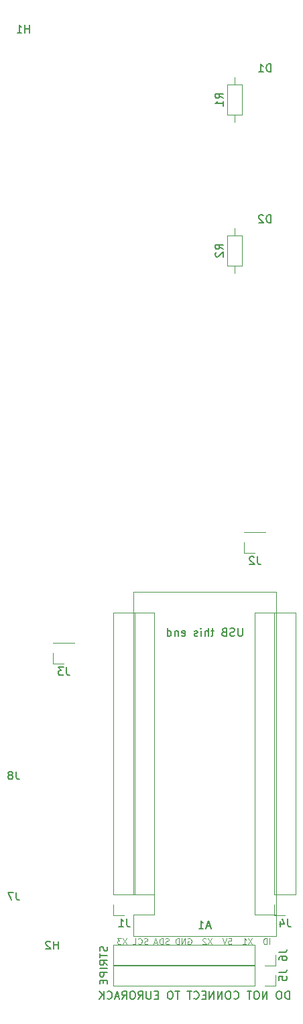
<source format=gbr>
G04 #@! TF.GenerationSoftware,KiCad,Pcbnew,(5.1.5)-3*
G04 #@! TF.CreationDate,2020-08-18T12:44:29+01:00*
G04 #@! TF.ProjectId,modulepcb,6d6f6475-6c65-4706-9362-2e6b69636164,rev?*
G04 #@! TF.SameCoordinates,Original*
G04 #@! TF.FileFunction,Legend,Bot*
G04 #@! TF.FilePolarity,Positive*
%FSLAX46Y46*%
G04 Gerber Fmt 4.6, Leading zero omitted, Abs format (unit mm)*
G04 Created by KiCad (PCBNEW (5.1.5)-3) date 2020-08-18 12:44:29*
%MOMM*%
%LPD*%
G04 APERTURE LIST*
%ADD10C,0.150000*%
%ADD11C,0.125000*%
%ADD12C,0.120000*%
G04 APERTURE END LIST*
D10*
X147038095Y-118752380D02*
X147038095Y-119561904D01*
X146990476Y-119657142D01*
X146942857Y-119704761D01*
X146847619Y-119752380D01*
X146657142Y-119752380D01*
X146561904Y-119704761D01*
X146514285Y-119657142D01*
X146466666Y-119561904D01*
X146466666Y-118752380D01*
X146038095Y-119704761D02*
X145895238Y-119752380D01*
X145657142Y-119752380D01*
X145561904Y-119704761D01*
X145514285Y-119657142D01*
X145466666Y-119561904D01*
X145466666Y-119466666D01*
X145514285Y-119371428D01*
X145561904Y-119323809D01*
X145657142Y-119276190D01*
X145847619Y-119228571D01*
X145942857Y-119180952D01*
X145990476Y-119133333D01*
X146038095Y-119038095D01*
X146038095Y-118942857D01*
X145990476Y-118847619D01*
X145942857Y-118800000D01*
X145847619Y-118752380D01*
X145609523Y-118752380D01*
X145466666Y-118800000D01*
X144704761Y-119228571D02*
X144561904Y-119276190D01*
X144514285Y-119323809D01*
X144466666Y-119419047D01*
X144466666Y-119561904D01*
X144514285Y-119657142D01*
X144561904Y-119704761D01*
X144657142Y-119752380D01*
X145038095Y-119752380D01*
X145038095Y-118752380D01*
X144704761Y-118752380D01*
X144609523Y-118800000D01*
X144561904Y-118847619D01*
X144514285Y-118942857D01*
X144514285Y-119038095D01*
X144561904Y-119133333D01*
X144609523Y-119180952D01*
X144704761Y-119228571D01*
X145038095Y-119228571D01*
X143419047Y-119085714D02*
X143038095Y-119085714D01*
X143276190Y-118752380D02*
X143276190Y-119609523D01*
X143228571Y-119704761D01*
X143133333Y-119752380D01*
X143038095Y-119752380D01*
X142704761Y-119752380D02*
X142704761Y-118752380D01*
X142276190Y-119752380D02*
X142276190Y-119228571D01*
X142323809Y-119133333D01*
X142419047Y-119085714D01*
X142561904Y-119085714D01*
X142657142Y-119133333D01*
X142704761Y-119180952D01*
X141800000Y-119752380D02*
X141800000Y-119085714D01*
X141800000Y-118752380D02*
X141847619Y-118800000D01*
X141800000Y-118847619D01*
X141752380Y-118800000D01*
X141800000Y-118752380D01*
X141800000Y-118847619D01*
X141371428Y-119704761D02*
X141276190Y-119752380D01*
X141085714Y-119752380D01*
X140990476Y-119704761D01*
X140942857Y-119609523D01*
X140942857Y-119561904D01*
X140990476Y-119466666D01*
X141085714Y-119419047D01*
X141228571Y-119419047D01*
X141323809Y-119371428D01*
X141371428Y-119276190D01*
X141371428Y-119228571D01*
X141323809Y-119133333D01*
X141228571Y-119085714D01*
X141085714Y-119085714D01*
X140990476Y-119133333D01*
X139371428Y-119704761D02*
X139466666Y-119752380D01*
X139657142Y-119752380D01*
X139752380Y-119704761D01*
X139800000Y-119609523D01*
X139800000Y-119228571D01*
X139752380Y-119133333D01*
X139657142Y-119085714D01*
X139466666Y-119085714D01*
X139371428Y-119133333D01*
X139323809Y-119228571D01*
X139323809Y-119323809D01*
X139800000Y-119419047D01*
X138895238Y-119085714D02*
X138895238Y-119752380D01*
X138895238Y-119180952D02*
X138847619Y-119133333D01*
X138752380Y-119085714D01*
X138609523Y-119085714D01*
X138514285Y-119133333D01*
X138466666Y-119228571D01*
X138466666Y-119752380D01*
X137561904Y-119752380D02*
X137561904Y-118752380D01*
X137561904Y-119704761D02*
X137657142Y-119752380D01*
X137847619Y-119752380D01*
X137942857Y-119704761D01*
X137990476Y-119657142D01*
X138038095Y-119561904D01*
X138038095Y-119276190D01*
X137990476Y-119180952D01*
X137942857Y-119133333D01*
X137847619Y-119085714D01*
X137657142Y-119085714D01*
X137561904Y-119133333D01*
D11*
X150440178Y-158639285D02*
X150440178Y-157889285D01*
X150083035Y-158639285D02*
X150083035Y-157889285D01*
X149904464Y-157889285D01*
X149797321Y-157925000D01*
X149725892Y-157996428D01*
X149690178Y-158067857D01*
X149654464Y-158210714D01*
X149654464Y-158317857D01*
X149690178Y-158460714D01*
X149725892Y-158532142D01*
X149797321Y-158603571D01*
X149904464Y-158639285D01*
X150083035Y-158639285D01*
X148261607Y-157889285D02*
X147761607Y-158639285D01*
X147761607Y-157889285D02*
X148261607Y-158639285D01*
X147083035Y-158639285D02*
X147511607Y-158639285D01*
X147297321Y-158639285D02*
X147297321Y-157889285D01*
X147368750Y-157996428D01*
X147440178Y-158067857D01*
X147511607Y-158103571D01*
X145261607Y-157889285D02*
X145618750Y-157889285D01*
X145654464Y-158246428D01*
X145618750Y-158210714D01*
X145547321Y-158175000D01*
X145368750Y-158175000D01*
X145297321Y-158210714D01*
X145261607Y-158246428D01*
X145225892Y-158317857D01*
X145225892Y-158496428D01*
X145261607Y-158567857D01*
X145297321Y-158603571D01*
X145368750Y-158639285D01*
X145547321Y-158639285D01*
X145618750Y-158603571D01*
X145654464Y-158567857D01*
X145011607Y-157889285D02*
X144761607Y-158639285D01*
X144511607Y-157889285D01*
X143190178Y-157889285D02*
X142690178Y-158639285D01*
X142690178Y-157889285D02*
X143190178Y-158639285D01*
X142440178Y-157960714D02*
X142404464Y-157925000D01*
X142333035Y-157889285D01*
X142154464Y-157889285D01*
X142083035Y-157925000D01*
X142047321Y-157960714D01*
X142011607Y-158032142D01*
X142011607Y-158103571D01*
X142047321Y-158210714D01*
X142475892Y-158639285D01*
X142011607Y-158639285D01*
X140154464Y-157925000D02*
X140225892Y-157889285D01*
X140333035Y-157889285D01*
X140440178Y-157925000D01*
X140511607Y-157996428D01*
X140547321Y-158067857D01*
X140583035Y-158210714D01*
X140583035Y-158317857D01*
X140547321Y-158460714D01*
X140511607Y-158532142D01*
X140440178Y-158603571D01*
X140333035Y-158639285D01*
X140261607Y-158639285D01*
X140154464Y-158603571D01*
X140118750Y-158567857D01*
X140118750Y-158317857D01*
X140261607Y-158317857D01*
X139797321Y-158639285D02*
X139797321Y-157889285D01*
X139368750Y-158639285D01*
X139368750Y-157889285D01*
X139011607Y-158639285D02*
X139011607Y-157889285D01*
X138833035Y-157889285D01*
X138725892Y-157925000D01*
X138654464Y-157996428D01*
X138618750Y-158067857D01*
X138583035Y-158210714D01*
X138583035Y-158317857D01*
X138618750Y-158460714D01*
X138654464Y-158532142D01*
X138725892Y-158603571D01*
X138833035Y-158639285D01*
X139011607Y-158639285D01*
X137725892Y-158603571D02*
X137618750Y-158639285D01*
X137440178Y-158639285D01*
X137368750Y-158603571D01*
X137333035Y-158567857D01*
X137297321Y-158496428D01*
X137297321Y-158425000D01*
X137333035Y-158353571D01*
X137368750Y-158317857D01*
X137440178Y-158282142D01*
X137583035Y-158246428D01*
X137654464Y-158210714D01*
X137690178Y-158175000D01*
X137725892Y-158103571D01*
X137725892Y-158032142D01*
X137690178Y-157960714D01*
X137654464Y-157925000D01*
X137583035Y-157889285D01*
X137404464Y-157889285D01*
X137297321Y-157925000D01*
X136975892Y-158639285D02*
X136975892Y-157889285D01*
X136797321Y-157889285D01*
X136690178Y-157925000D01*
X136618750Y-157996428D01*
X136583035Y-158067857D01*
X136547321Y-158210714D01*
X136547321Y-158317857D01*
X136583035Y-158460714D01*
X136618750Y-158532142D01*
X136690178Y-158603571D01*
X136797321Y-158639285D01*
X136975892Y-158639285D01*
X136261607Y-158425000D02*
X135904464Y-158425000D01*
X136333035Y-158639285D02*
X136083035Y-157889285D01*
X135833035Y-158639285D01*
X135047321Y-158603571D02*
X134940178Y-158639285D01*
X134761607Y-158639285D01*
X134690178Y-158603571D01*
X134654464Y-158567857D01*
X134618750Y-158496428D01*
X134618750Y-158425000D01*
X134654464Y-158353571D01*
X134690178Y-158317857D01*
X134761607Y-158282142D01*
X134904464Y-158246428D01*
X134975892Y-158210714D01*
X135011607Y-158175000D01*
X135047321Y-158103571D01*
X135047321Y-158032142D01*
X135011607Y-157960714D01*
X134975892Y-157925000D01*
X134904464Y-157889285D01*
X134725892Y-157889285D01*
X134618750Y-157925000D01*
X133868750Y-158567857D02*
X133904464Y-158603571D01*
X134011607Y-158639285D01*
X134083035Y-158639285D01*
X134190178Y-158603571D01*
X134261607Y-158532142D01*
X134297321Y-158460714D01*
X134333035Y-158317857D01*
X134333035Y-158210714D01*
X134297321Y-158067857D01*
X134261607Y-157996428D01*
X134190178Y-157925000D01*
X134083035Y-157889285D01*
X134011607Y-157889285D01*
X133904464Y-157925000D01*
X133868750Y-157960714D01*
X133190178Y-158639285D02*
X133547321Y-158639285D01*
X133547321Y-157889285D01*
X132440178Y-157889285D02*
X131940178Y-158639285D01*
X131940178Y-157889285D02*
X132440178Y-158639285D01*
X131725892Y-157889285D02*
X131261607Y-157889285D01*
X131511607Y-158175000D01*
X131404464Y-158175000D01*
X131333035Y-158210714D01*
X131297321Y-158246428D01*
X131261607Y-158317857D01*
X131261607Y-158496428D01*
X131297321Y-158567857D01*
X131333035Y-158603571D01*
X131404464Y-158639285D01*
X131618750Y-158639285D01*
X131690178Y-158603571D01*
X131725892Y-158567857D01*
D10*
X129944761Y-158932857D02*
X129992380Y-159075714D01*
X129992380Y-159313809D01*
X129944761Y-159409047D01*
X129897142Y-159456666D01*
X129801904Y-159504285D01*
X129706666Y-159504285D01*
X129611428Y-159456666D01*
X129563809Y-159409047D01*
X129516190Y-159313809D01*
X129468571Y-159123333D01*
X129420952Y-159028095D01*
X129373333Y-158980476D01*
X129278095Y-158932857D01*
X129182857Y-158932857D01*
X129087619Y-158980476D01*
X129040000Y-159028095D01*
X128992380Y-159123333D01*
X128992380Y-159361428D01*
X129040000Y-159504285D01*
X128992380Y-159790000D02*
X128992380Y-160361428D01*
X129992380Y-160075714D02*
X128992380Y-160075714D01*
X129992380Y-161266190D02*
X129516190Y-160932857D01*
X129992380Y-160694761D02*
X128992380Y-160694761D01*
X128992380Y-161075714D01*
X129040000Y-161170952D01*
X129087619Y-161218571D01*
X129182857Y-161266190D01*
X129325714Y-161266190D01*
X129420952Y-161218571D01*
X129468571Y-161170952D01*
X129516190Y-161075714D01*
X129516190Y-160694761D01*
X129992380Y-161694761D02*
X128992380Y-161694761D01*
X129992380Y-162170952D02*
X128992380Y-162170952D01*
X128992380Y-162551904D01*
X129040000Y-162647142D01*
X129087619Y-162694761D01*
X129182857Y-162742380D01*
X129325714Y-162742380D01*
X129420952Y-162694761D01*
X129468571Y-162647142D01*
X129516190Y-162551904D01*
X129516190Y-162170952D01*
X129468571Y-163170952D02*
X129468571Y-163504285D01*
X129992380Y-163647142D02*
X129992380Y-163170952D01*
X128992380Y-163170952D01*
X128992380Y-163647142D01*
X152946190Y-165552380D02*
X152946190Y-164552380D01*
X152708095Y-164552380D01*
X152565238Y-164600000D01*
X152470000Y-164695238D01*
X152422380Y-164790476D01*
X152374761Y-164980952D01*
X152374761Y-165123809D01*
X152422380Y-165314285D01*
X152470000Y-165409523D01*
X152565238Y-165504761D01*
X152708095Y-165552380D01*
X152946190Y-165552380D01*
X151755714Y-164552380D02*
X151565238Y-164552380D01*
X151470000Y-164600000D01*
X151374761Y-164695238D01*
X151327142Y-164885714D01*
X151327142Y-165219047D01*
X151374761Y-165409523D01*
X151470000Y-165504761D01*
X151565238Y-165552380D01*
X151755714Y-165552380D01*
X151850952Y-165504761D01*
X151946190Y-165409523D01*
X151993809Y-165219047D01*
X151993809Y-164885714D01*
X151946190Y-164695238D01*
X151850952Y-164600000D01*
X151755714Y-164552380D01*
X150136666Y-165552380D02*
X150136666Y-164552380D01*
X149565238Y-165552380D01*
X149565238Y-164552380D01*
X148898571Y-164552380D02*
X148708095Y-164552380D01*
X148612857Y-164600000D01*
X148517619Y-164695238D01*
X148470000Y-164885714D01*
X148470000Y-165219047D01*
X148517619Y-165409523D01*
X148612857Y-165504761D01*
X148708095Y-165552380D01*
X148898571Y-165552380D01*
X148993809Y-165504761D01*
X149089047Y-165409523D01*
X149136666Y-165219047D01*
X149136666Y-164885714D01*
X149089047Y-164695238D01*
X148993809Y-164600000D01*
X148898571Y-164552380D01*
X148184285Y-164552380D02*
X147612857Y-164552380D01*
X147898571Y-165552380D02*
X147898571Y-164552380D01*
X145946190Y-165457142D02*
X145993809Y-165504761D01*
X146136666Y-165552380D01*
X146231904Y-165552380D01*
X146374761Y-165504761D01*
X146470000Y-165409523D01*
X146517619Y-165314285D01*
X146565238Y-165123809D01*
X146565238Y-164980952D01*
X146517619Y-164790476D01*
X146470000Y-164695238D01*
X146374761Y-164600000D01*
X146231904Y-164552380D01*
X146136666Y-164552380D01*
X145993809Y-164600000D01*
X145946190Y-164647619D01*
X145327142Y-164552380D02*
X145136666Y-164552380D01*
X145041428Y-164600000D01*
X144946190Y-164695238D01*
X144898571Y-164885714D01*
X144898571Y-165219047D01*
X144946190Y-165409523D01*
X145041428Y-165504761D01*
X145136666Y-165552380D01*
X145327142Y-165552380D01*
X145422380Y-165504761D01*
X145517619Y-165409523D01*
X145565238Y-165219047D01*
X145565238Y-164885714D01*
X145517619Y-164695238D01*
X145422380Y-164600000D01*
X145327142Y-164552380D01*
X144470000Y-165552380D02*
X144470000Y-164552380D01*
X143898571Y-165552380D01*
X143898571Y-164552380D01*
X143422380Y-165552380D02*
X143422380Y-164552380D01*
X142850952Y-165552380D01*
X142850952Y-164552380D01*
X142374761Y-165028571D02*
X142041428Y-165028571D01*
X141898571Y-165552380D02*
X142374761Y-165552380D01*
X142374761Y-164552380D01*
X141898571Y-164552380D01*
X140898571Y-165457142D02*
X140946190Y-165504761D01*
X141089047Y-165552380D01*
X141184285Y-165552380D01*
X141327142Y-165504761D01*
X141422380Y-165409523D01*
X141470000Y-165314285D01*
X141517619Y-165123809D01*
X141517619Y-164980952D01*
X141470000Y-164790476D01*
X141422380Y-164695238D01*
X141327142Y-164600000D01*
X141184285Y-164552380D01*
X141089047Y-164552380D01*
X140946190Y-164600000D01*
X140898571Y-164647619D01*
X140612857Y-164552380D02*
X140041428Y-164552380D01*
X140327142Y-165552380D02*
X140327142Y-164552380D01*
X139089047Y-164552380D02*
X138517619Y-164552380D01*
X138803333Y-165552380D02*
X138803333Y-164552380D01*
X137993809Y-164552380D02*
X137803333Y-164552380D01*
X137708095Y-164600000D01*
X137612857Y-164695238D01*
X137565238Y-164885714D01*
X137565238Y-165219047D01*
X137612857Y-165409523D01*
X137708095Y-165504761D01*
X137803333Y-165552380D01*
X137993809Y-165552380D01*
X138089047Y-165504761D01*
X138184285Y-165409523D01*
X138231904Y-165219047D01*
X138231904Y-164885714D01*
X138184285Y-164695238D01*
X138089047Y-164600000D01*
X137993809Y-164552380D01*
X136374761Y-165028571D02*
X136041428Y-165028571D01*
X135898571Y-165552380D02*
X136374761Y-165552380D01*
X136374761Y-164552380D01*
X135898571Y-164552380D01*
X135470000Y-164552380D02*
X135470000Y-165361904D01*
X135422380Y-165457142D01*
X135374761Y-165504761D01*
X135279523Y-165552380D01*
X135089047Y-165552380D01*
X134993809Y-165504761D01*
X134946190Y-165457142D01*
X134898571Y-165361904D01*
X134898571Y-164552380D01*
X133850952Y-165552380D02*
X134184285Y-165076190D01*
X134422380Y-165552380D02*
X134422380Y-164552380D01*
X134041428Y-164552380D01*
X133946190Y-164600000D01*
X133898571Y-164647619D01*
X133850952Y-164742857D01*
X133850952Y-164885714D01*
X133898571Y-164980952D01*
X133946190Y-165028571D01*
X134041428Y-165076190D01*
X134422380Y-165076190D01*
X133231904Y-164552380D02*
X133041428Y-164552380D01*
X132946190Y-164600000D01*
X132850952Y-164695238D01*
X132803333Y-164885714D01*
X132803333Y-165219047D01*
X132850952Y-165409523D01*
X132946190Y-165504761D01*
X133041428Y-165552380D01*
X133231904Y-165552380D01*
X133327142Y-165504761D01*
X133422380Y-165409523D01*
X133470000Y-165219047D01*
X133470000Y-164885714D01*
X133422380Y-164695238D01*
X133327142Y-164600000D01*
X133231904Y-164552380D01*
X131803333Y-165552380D02*
X132136666Y-165076190D01*
X132374761Y-165552380D02*
X132374761Y-164552380D01*
X131993809Y-164552380D01*
X131898571Y-164600000D01*
X131850952Y-164647619D01*
X131803333Y-164742857D01*
X131803333Y-164885714D01*
X131850952Y-164980952D01*
X131898571Y-165028571D01*
X131993809Y-165076190D01*
X132374761Y-165076190D01*
X131422380Y-165266666D02*
X130946190Y-165266666D01*
X131517619Y-165552380D02*
X131184285Y-164552380D01*
X130850952Y-165552380D01*
X129946190Y-165457142D02*
X129993809Y-165504761D01*
X130136666Y-165552380D01*
X130231904Y-165552380D01*
X130374761Y-165504761D01*
X130470000Y-165409523D01*
X130517619Y-165314285D01*
X130565238Y-165123809D01*
X130565238Y-164980952D01*
X130517619Y-164790476D01*
X130470000Y-164695238D01*
X130374761Y-164600000D01*
X130231904Y-164552380D01*
X130136666Y-164552380D01*
X129993809Y-164600000D01*
X129946190Y-164647619D01*
X129517619Y-165552380D02*
X129517619Y-164552380D01*
X128946190Y-165552380D02*
X129374761Y-164980952D01*
X128946190Y-164552380D02*
X129517619Y-165123809D01*
D12*
X151190000Y-161350000D02*
X151190000Y-160020000D01*
X149860000Y-161350000D02*
X151190000Y-161350000D01*
X148590000Y-161350000D02*
X148590000Y-158690000D01*
X148590000Y-158690000D02*
X130750000Y-158690000D01*
X148590000Y-161350000D02*
X130750000Y-161350000D01*
X130750000Y-161350000D02*
X130750000Y-158690000D01*
X146050000Y-73990000D02*
X146050000Y-73040000D01*
X146050000Y-68250000D02*
X146050000Y-69200000D01*
X145130000Y-73040000D02*
X145130000Y-69200000D01*
X146970000Y-73040000D02*
X145130000Y-73040000D01*
X146970000Y-69200000D02*
X146970000Y-73040000D01*
X145130000Y-69200000D02*
X146970000Y-69200000D01*
X146050000Y-54940000D02*
X146050000Y-53990000D01*
X146050000Y-49200000D02*
X146050000Y-50150000D01*
X145130000Y-53990000D02*
X145130000Y-50150000D01*
X146970000Y-53990000D02*
X145130000Y-53990000D01*
X146970000Y-50150000D02*
X146970000Y-53990000D01*
X145130000Y-50150000D02*
X146970000Y-50150000D01*
X151190000Y-163890000D02*
X151190000Y-162560000D01*
X149860000Y-163890000D02*
X151190000Y-163890000D01*
X148590000Y-163890000D02*
X148590000Y-161230000D01*
X148590000Y-161230000D02*
X130750000Y-161230000D01*
X148590000Y-163890000D02*
X130750000Y-163890000D01*
X130750000Y-163890000D02*
X130750000Y-161230000D01*
X151070000Y-155000000D02*
X152400000Y-155000000D01*
X151070000Y-153670000D02*
X151070000Y-155000000D01*
X151070000Y-152400000D02*
X153730000Y-152400000D01*
X153730000Y-152400000D02*
X153730000Y-116780000D01*
X151070000Y-152400000D02*
X151070000Y-116780000D01*
X151070000Y-116780000D02*
X153730000Y-116780000D01*
X123130000Y-123250000D02*
X124460000Y-123250000D01*
X123130000Y-121920000D02*
X123130000Y-123250000D01*
X123130000Y-120650000D02*
X125790000Y-120650000D01*
X125790000Y-120650000D02*
X125790000Y-120590000D01*
X123130000Y-120650000D02*
X123130000Y-120590000D01*
X123130000Y-120590000D02*
X125790000Y-120590000D01*
X147260000Y-109280000D02*
X148590000Y-109280000D01*
X147260000Y-107950000D02*
X147260000Y-109280000D01*
X147260000Y-106680000D02*
X149920000Y-106680000D01*
X149920000Y-106680000D02*
X149920000Y-106620000D01*
X147260000Y-106680000D02*
X147260000Y-106620000D01*
X147260000Y-106620000D02*
X149920000Y-106620000D01*
X130750000Y-155000000D02*
X132080000Y-155000000D01*
X130750000Y-153670000D02*
X130750000Y-155000000D01*
X130750000Y-152400000D02*
X133410000Y-152400000D01*
X133410000Y-152400000D02*
X133410000Y-116780000D01*
X130750000Y-152400000D02*
X130750000Y-116780000D01*
X130750000Y-116780000D02*
X133410000Y-116780000D01*
X151260000Y-157610000D02*
X133220000Y-157610000D01*
X151260000Y-114170000D02*
X151260000Y-157610000D01*
X133220000Y-114170000D02*
X151260000Y-114170000D01*
X135890000Y-116840000D02*
X133220000Y-116840000D01*
X135890000Y-152400000D02*
X135890000Y-116840000D01*
X135890000Y-152400000D02*
X133220000Y-152400000D01*
X148590000Y-116840000D02*
X151260000Y-116840000D01*
X148590000Y-154940000D02*
X148590000Y-116840000D01*
X148590000Y-154940000D02*
X151260000Y-154940000D01*
X133220000Y-157610000D02*
X133220000Y-154940000D01*
X133220000Y-152400000D02*
X133220000Y-114170000D01*
X135890000Y-154940000D02*
X133220000Y-154940000D01*
X135890000Y-152400000D02*
X135890000Y-154940000D01*
D10*
X151642380Y-159686666D02*
X152356666Y-159686666D01*
X152499523Y-159639047D01*
X152594761Y-159543809D01*
X152642380Y-159400952D01*
X152642380Y-159305714D01*
X151642380Y-160591428D02*
X151642380Y-160400952D01*
X151690000Y-160305714D01*
X151737619Y-160258095D01*
X151880476Y-160162857D01*
X152070952Y-160115238D01*
X152451904Y-160115238D01*
X152547142Y-160162857D01*
X152594761Y-160210476D01*
X152642380Y-160305714D01*
X152642380Y-160496190D01*
X152594761Y-160591428D01*
X152547142Y-160639047D01*
X152451904Y-160686666D01*
X152213809Y-160686666D01*
X152118571Y-160639047D01*
X152070952Y-160591428D01*
X152023333Y-160496190D01*
X152023333Y-160305714D01*
X152070952Y-160210476D01*
X152118571Y-160162857D01*
X152213809Y-160115238D01*
X144582380Y-70953333D02*
X144106190Y-70620000D01*
X144582380Y-70381904D02*
X143582380Y-70381904D01*
X143582380Y-70762857D01*
X143630000Y-70858095D01*
X143677619Y-70905714D01*
X143772857Y-70953333D01*
X143915714Y-70953333D01*
X144010952Y-70905714D01*
X144058571Y-70858095D01*
X144106190Y-70762857D01*
X144106190Y-70381904D01*
X143677619Y-71334285D02*
X143630000Y-71381904D01*
X143582380Y-71477142D01*
X143582380Y-71715238D01*
X143630000Y-71810476D01*
X143677619Y-71858095D01*
X143772857Y-71905714D01*
X143868095Y-71905714D01*
X144010952Y-71858095D01*
X144582380Y-71286666D01*
X144582380Y-71905714D01*
X144582380Y-51903333D02*
X144106190Y-51570000D01*
X144582380Y-51331904D02*
X143582380Y-51331904D01*
X143582380Y-51712857D01*
X143630000Y-51808095D01*
X143677619Y-51855714D01*
X143772857Y-51903333D01*
X143915714Y-51903333D01*
X144010952Y-51855714D01*
X144058571Y-51808095D01*
X144106190Y-51712857D01*
X144106190Y-51331904D01*
X144582380Y-52855714D02*
X144582380Y-52284285D01*
X144582380Y-52570000D02*
X143582380Y-52570000D01*
X143725238Y-52474761D01*
X143820476Y-52379523D01*
X143868095Y-52284285D01*
X118443333Y-136842380D02*
X118443333Y-137556666D01*
X118490952Y-137699523D01*
X118586190Y-137794761D01*
X118729047Y-137842380D01*
X118824285Y-137842380D01*
X117824285Y-137270952D02*
X117919523Y-137223333D01*
X117967142Y-137175714D01*
X118014761Y-137080476D01*
X118014761Y-137032857D01*
X117967142Y-136937619D01*
X117919523Y-136890000D01*
X117824285Y-136842380D01*
X117633809Y-136842380D01*
X117538571Y-136890000D01*
X117490952Y-136937619D01*
X117443333Y-137032857D01*
X117443333Y-137080476D01*
X117490952Y-137175714D01*
X117538571Y-137223333D01*
X117633809Y-137270952D01*
X117824285Y-137270952D01*
X117919523Y-137318571D01*
X117967142Y-137366190D01*
X118014761Y-137461428D01*
X118014761Y-137651904D01*
X117967142Y-137747142D01*
X117919523Y-137794761D01*
X117824285Y-137842380D01*
X117633809Y-137842380D01*
X117538571Y-137794761D01*
X117490952Y-137747142D01*
X117443333Y-137651904D01*
X117443333Y-137461428D01*
X117490952Y-137366190D01*
X117538571Y-137318571D01*
X117633809Y-137270952D01*
X118443333Y-152082380D02*
X118443333Y-152796666D01*
X118490952Y-152939523D01*
X118586190Y-153034761D01*
X118729047Y-153082380D01*
X118824285Y-153082380D01*
X118062380Y-152082380D02*
X117395714Y-152082380D01*
X117824285Y-153082380D01*
X151642380Y-162226666D02*
X152356666Y-162226666D01*
X152499523Y-162179047D01*
X152594761Y-162083809D01*
X152642380Y-161940952D01*
X152642380Y-161845714D01*
X151642380Y-163179047D02*
X151642380Y-162702857D01*
X152118571Y-162655238D01*
X152070952Y-162702857D01*
X152023333Y-162798095D01*
X152023333Y-163036190D01*
X152070952Y-163131428D01*
X152118571Y-163179047D01*
X152213809Y-163226666D01*
X152451904Y-163226666D01*
X152547142Y-163179047D01*
X152594761Y-163131428D01*
X152642380Y-163036190D01*
X152642380Y-162798095D01*
X152594761Y-162702857D01*
X152547142Y-162655238D01*
X152733333Y-155452380D02*
X152733333Y-156166666D01*
X152780952Y-156309523D01*
X152876190Y-156404761D01*
X153019047Y-156452380D01*
X153114285Y-156452380D01*
X151828571Y-155785714D02*
X151828571Y-156452380D01*
X152066666Y-155404761D02*
X152304761Y-156119047D01*
X151685714Y-156119047D01*
X124793333Y-123702380D02*
X124793333Y-124416666D01*
X124840952Y-124559523D01*
X124936190Y-124654761D01*
X125079047Y-124702380D01*
X125174285Y-124702380D01*
X124412380Y-123702380D02*
X123793333Y-123702380D01*
X124126666Y-124083333D01*
X123983809Y-124083333D01*
X123888571Y-124130952D01*
X123840952Y-124178571D01*
X123793333Y-124273809D01*
X123793333Y-124511904D01*
X123840952Y-124607142D01*
X123888571Y-124654761D01*
X123983809Y-124702380D01*
X124269523Y-124702380D01*
X124364761Y-124654761D01*
X124412380Y-124607142D01*
X148923333Y-109732380D02*
X148923333Y-110446666D01*
X148970952Y-110589523D01*
X149066190Y-110684761D01*
X149209047Y-110732380D01*
X149304285Y-110732380D01*
X148494761Y-109827619D02*
X148447142Y-109780000D01*
X148351904Y-109732380D01*
X148113809Y-109732380D01*
X148018571Y-109780000D01*
X147970952Y-109827619D01*
X147923333Y-109922857D01*
X147923333Y-110018095D01*
X147970952Y-110160952D01*
X148542380Y-110732380D01*
X147923333Y-110732380D01*
X132413333Y-155452380D02*
X132413333Y-156166666D01*
X132460952Y-156309523D01*
X132556190Y-156404761D01*
X132699047Y-156452380D01*
X132794285Y-156452380D01*
X131413333Y-156452380D02*
X131984761Y-156452380D01*
X131699047Y-156452380D02*
X131699047Y-155452380D01*
X131794285Y-155595238D01*
X131889523Y-155690476D01*
X131984761Y-155738095D01*
X123761904Y-159252380D02*
X123761904Y-158252380D01*
X123761904Y-158728571D02*
X123190476Y-158728571D01*
X123190476Y-159252380D02*
X123190476Y-158252380D01*
X122761904Y-158347619D02*
X122714285Y-158300000D01*
X122619047Y-158252380D01*
X122380952Y-158252380D01*
X122285714Y-158300000D01*
X122238095Y-158347619D01*
X122190476Y-158442857D01*
X122190476Y-158538095D01*
X122238095Y-158680952D01*
X122809523Y-159252380D01*
X122190476Y-159252380D01*
X120141904Y-43632380D02*
X120141904Y-42632380D01*
X120141904Y-43108571D02*
X119570476Y-43108571D01*
X119570476Y-43632380D02*
X119570476Y-42632380D01*
X118570476Y-43632380D02*
X119141904Y-43632380D01*
X118856190Y-43632380D02*
X118856190Y-42632380D01*
X118951428Y-42775238D01*
X119046666Y-42870476D01*
X119141904Y-42918095D01*
X150598095Y-67612380D02*
X150598095Y-66612380D01*
X150360000Y-66612380D01*
X150217142Y-66660000D01*
X150121904Y-66755238D01*
X150074285Y-66850476D01*
X150026666Y-67040952D01*
X150026666Y-67183809D01*
X150074285Y-67374285D01*
X150121904Y-67469523D01*
X150217142Y-67564761D01*
X150360000Y-67612380D01*
X150598095Y-67612380D01*
X149645714Y-66707619D02*
X149598095Y-66660000D01*
X149502857Y-66612380D01*
X149264761Y-66612380D01*
X149169523Y-66660000D01*
X149121904Y-66707619D01*
X149074285Y-66802857D01*
X149074285Y-66898095D01*
X149121904Y-67040952D01*
X149693333Y-67612380D01*
X149074285Y-67612380D01*
X150598095Y-48562380D02*
X150598095Y-47562380D01*
X150360000Y-47562380D01*
X150217142Y-47610000D01*
X150121904Y-47705238D01*
X150074285Y-47800476D01*
X150026666Y-47990952D01*
X150026666Y-48133809D01*
X150074285Y-48324285D01*
X150121904Y-48419523D01*
X150217142Y-48514761D01*
X150360000Y-48562380D01*
X150598095Y-48562380D01*
X149074285Y-48562380D02*
X149645714Y-48562380D01*
X149360000Y-48562380D02*
X149360000Y-47562380D01*
X149455238Y-47705238D01*
X149550476Y-47800476D01*
X149645714Y-47848095D01*
X142954285Y-156376666D02*
X142478095Y-156376666D01*
X143049523Y-156662380D02*
X142716190Y-155662380D01*
X142382857Y-156662380D01*
X141525714Y-156662380D02*
X142097142Y-156662380D01*
X141811428Y-156662380D02*
X141811428Y-155662380D01*
X141906666Y-155805238D01*
X142001904Y-155900476D01*
X142097142Y-155948095D01*
M02*

</source>
